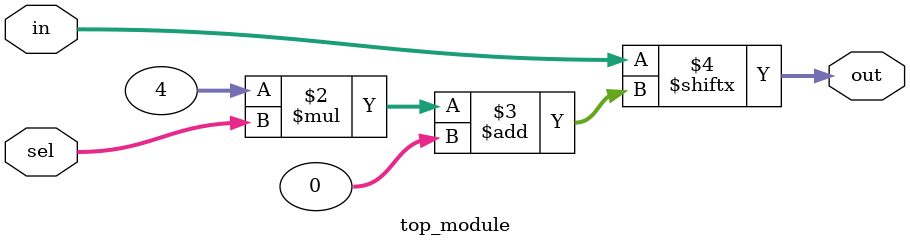
<source format=v>
module top_module( 
    input  [1023:0] in,
    input  [7:0]    sel,
    output reg [3:0] out
);

    always @(*) begin
        out = in[4*sel +: 4];
    end

endmodule

</source>
